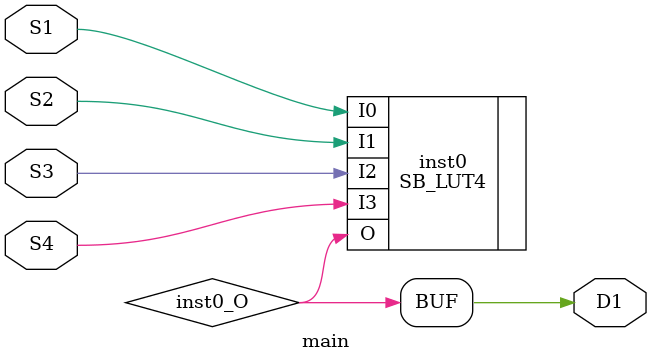
<source format=v>
module main (input  S1, input  S2, input  S3, input  S4, output  D1);
wire  inst0_O;
SB_LUT4 #(.LUT_INIT(16'hAAAA)) inst0 (.I0(S1), .I1(S2), .I2(S3), .I3(S4), .O(inst0_O));
assign D1 = inst0_O;
endmodule


</source>
